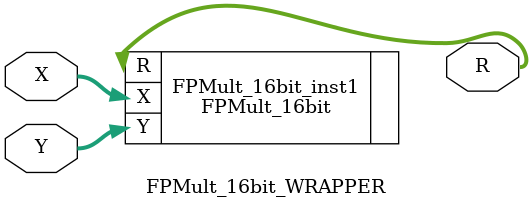
<source format=sv>
`timescale 1ns / 1ps


module FPMult_16bit_WRAPPER(

    input                [17:0] X,
    input                [17:0] Y,
    output logic         [17:0] R

);

FPMult_16bit FPMult_16bit_inst1(.X(X), .Y(Y), .R(R));

endmodule

</source>
